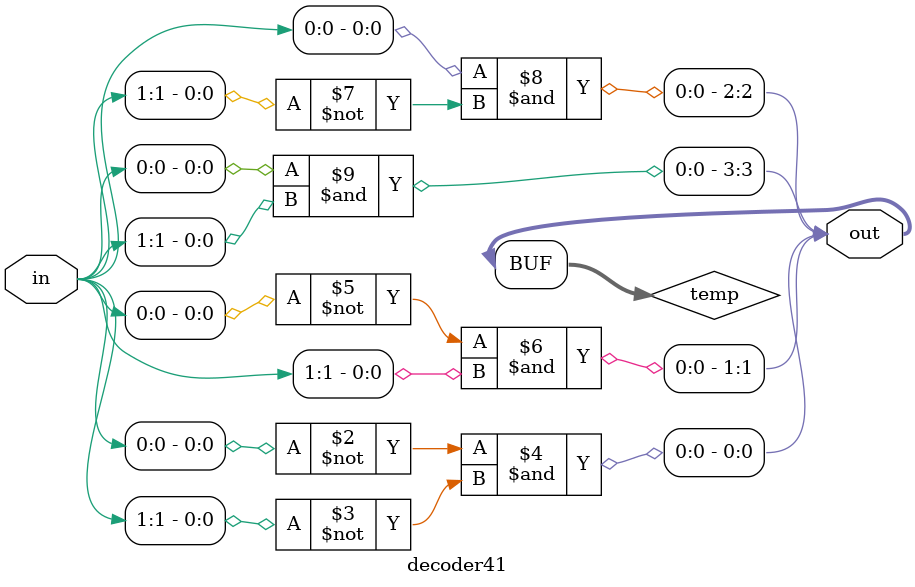
<source format=v>
module decoder41 (input [1:0] in, output [3:0] out);


    reg [3:0] temp;

    always @(*) begin
        temp[0] = ~in[0] & ~in[1];
        temp[1] = ~in[0] & in[1];
        temp[2] = in[0] & ~in[1];
        temp[3] = in[0] & in[1];
        
    end

    assign out = temp;
    
endmodule
</source>
